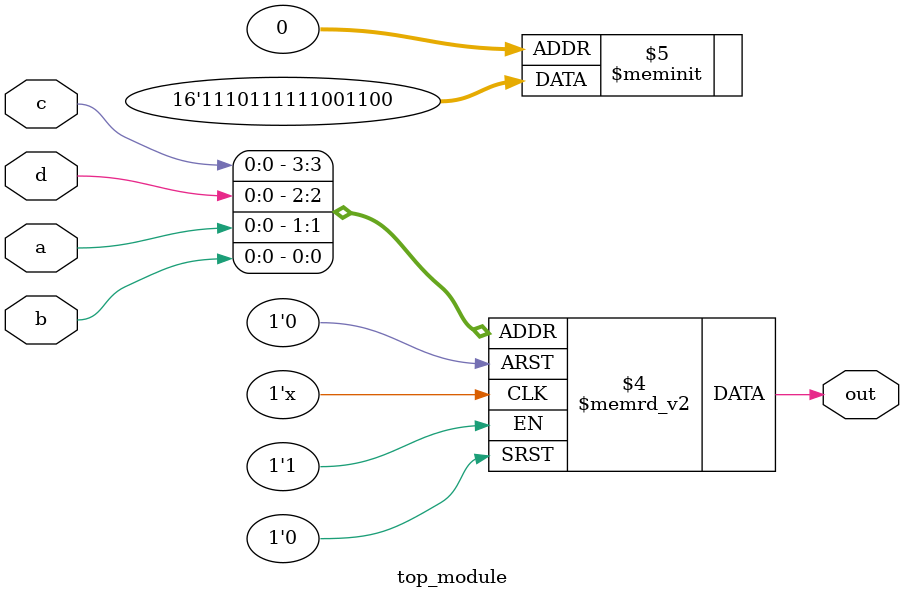
<source format=sv>
module top_module (
	input a, 
	input b,
	input c,
	input d,
	output reg out
);

always @(*) begin
	case ({c, d, a, b})
	4'b0000: out = 1'b0;
	4'b0001: out = 1'b0;
	4'b0010: out = 1'b1;
	4'b0011: out = 1'b1;
	4'b0100: out = 1'b0;
	4'b0101: out = 1'b0;
	4'b0110: out = 1'b1; // Adjusted don't-care
	4'b0111: out = 1'b1; // Adjusted don't-care
	4'b1000: out = 1'b1;
	4'b1001: out = 1'b1;
	4'b1010: out = 1'b1;
	4'b1011: out = 1'b1;
	4'b1100: out = 1'b0;
	4'b1101: out = 1'b1;
	4'b1110: out = 1'b1;
	4'b1111: out = 1'b1;
	default: out = 1'b0;
	endcase
end

endmodule

</source>
